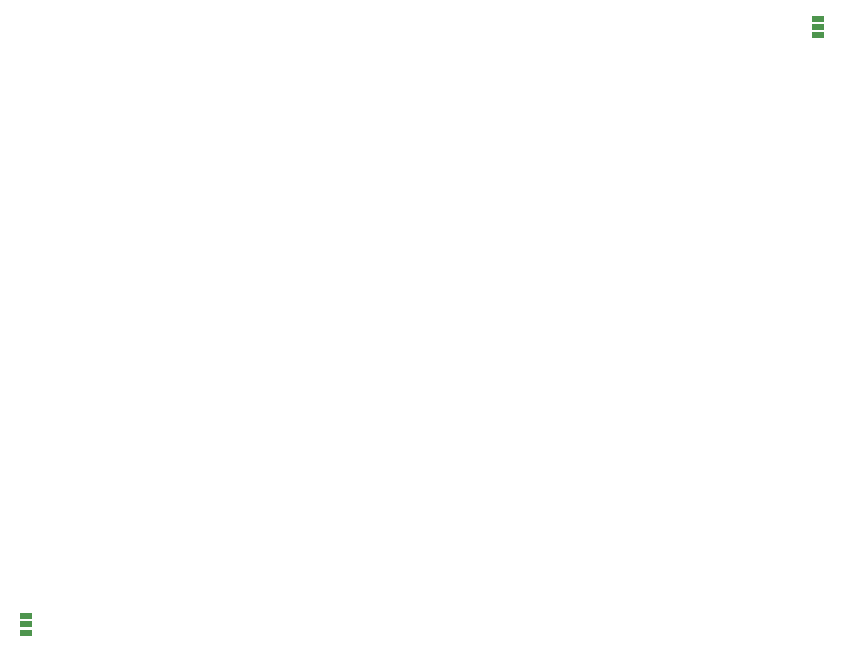
<source format=gbp>
G04 Layer_Color=128*
%FSLAX44Y44*%
%MOMM*%
G71*
G01*
G75*
%ADD76R,1.0000X0.5000*%
D76*
X1003000Y589000D02*
D03*
Y603000D02*
D03*
Y596000D02*
D03*
X332740Y83170D02*
D03*
Y97170D02*
D03*
Y90170D02*
D03*
M02*

</source>
